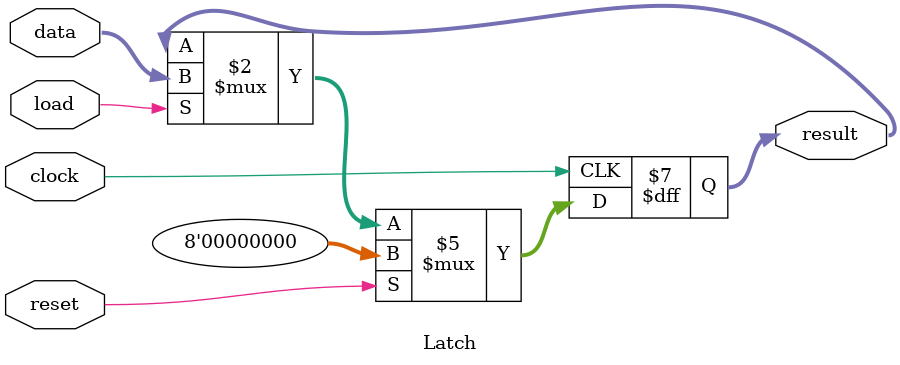
<source format=v>
`timescale 1ns / 1ps


module Latch(
	input  wire clock,reset,load,
    input  wire [WIDTH-1:0]data,
    output reg  [WIDTH-1:0]result
);

parameter  WIDTH = 8;

always @(posedge clock)
	begin
		if(reset)     result <= 0;
		else if(load) result <= data;
	end

endmodule

</source>
